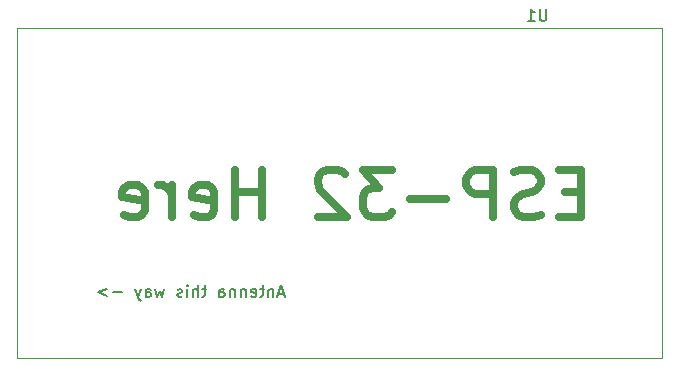
<source format=gbr>
%TF.GenerationSoftware,KiCad,Pcbnew,(6.0.5-0)*%
%TF.CreationDate,2022-06-25T01:47:51+01:00*%
%TF.ProjectId,revised_minh_design,72657669-7365-4645-9f6d-696e685f6465,rev?*%
%TF.SameCoordinates,Original*%
%TF.FileFunction,Legend,Bot*%
%TF.FilePolarity,Positive*%
%FSLAX46Y46*%
G04 Gerber Fmt 4.6, Leading zero omitted, Abs format (unit mm)*
G04 Created by KiCad (PCBNEW (6.0.5-0)) date 2022-06-25 01:47:51*
%MOMM*%
%LPD*%
G01*
G04 APERTURE LIST*
%ADD10C,0.700000*%
%ADD11C,0.150000*%
%ADD12C,0.120000*%
G04 APERTURE END LIST*
D10*
X92231333Y-62452285D02*
X90898000Y-62452285D01*
X90326571Y-64547523D02*
X92231333Y-64547523D01*
X92231333Y-60547523D01*
X90326571Y-60547523D01*
X88802761Y-64357047D02*
X88231333Y-64547523D01*
X87278952Y-64547523D01*
X86898000Y-64357047D01*
X86707523Y-64166571D01*
X86517047Y-63785619D01*
X86517047Y-63404666D01*
X86707523Y-63023714D01*
X86898000Y-62833238D01*
X87278952Y-62642761D01*
X88040857Y-62452285D01*
X88421809Y-62261809D01*
X88612285Y-62071333D01*
X88802761Y-61690380D01*
X88802761Y-61309428D01*
X88612285Y-60928476D01*
X88421809Y-60738000D01*
X88040857Y-60547523D01*
X87088476Y-60547523D01*
X86517047Y-60738000D01*
X84802761Y-64547523D02*
X84802761Y-60547523D01*
X83278952Y-60547523D01*
X82898000Y-60738000D01*
X82707523Y-60928476D01*
X82517047Y-61309428D01*
X82517047Y-61880857D01*
X82707523Y-62261809D01*
X82898000Y-62452285D01*
X83278952Y-62642761D01*
X84802761Y-62642761D01*
X80802761Y-63023714D02*
X77755142Y-63023714D01*
X76231333Y-60547523D02*
X73755142Y-60547523D01*
X75088476Y-62071333D01*
X74517047Y-62071333D01*
X74136095Y-62261809D01*
X73945619Y-62452285D01*
X73755142Y-62833238D01*
X73755142Y-63785619D01*
X73945619Y-64166571D01*
X74136095Y-64357047D01*
X74517047Y-64547523D01*
X75659904Y-64547523D01*
X76040857Y-64357047D01*
X76231333Y-64166571D01*
X72231333Y-60928476D02*
X72040857Y-60738000D01*
X71659904Y-60547523D01*
X70707523Y-60547523D01*
X70326571Y-60738000D01*
X70136095Y-60928476D01*
X69945619Y-61309428D01*
X69945619Y-61690380D01*
X70136095Y-62261809D01*
X72421809Y-64547523D01*
X69945619Y-64547523D01*
X65183714Y-64547523D02*
X65183714Y-60547523D01*
X65183714Y-62452285D02*
X62898000Y-62452285D01*
X62898000Y-64547523D02*
X62898000Y-60547523D01*
X59469428Y-64357047D02*
X59850380Y-64547523D01*
X60612285Y-64547523D01*
X60993238Y-64357047D01*
X61183714Y-63976095D01*
X61183714Y-62452285D01*
X60993238Y-62071333D01*
X60612285Y-61880857D01*
X59850380Y-61880857D01*
X59469428Y-62071333D01*
X59278952Y-62452285D01*
X59278952Y-62833238D01*
X61183714Y-63214190D01*
X57564666Y-64547523D02*
X57564666Y-61880857D01*
X57564666Y-62642761D02*
X57374190Y-62261809D01*
X57183714Y-62071333D01*
X56802761Y-61880857D01*
X56421809Y-61880857D01*
X53564666Y-64357047D02*
X53945619Y-64547523D01*
X54707523Y-64547523D01*
X55088476Y-64357047D01*
X55278952Y-63976095D01*
X55278952Y-62452285D01*
X55088476Y-62071333D01*
X54707523Y-61880857D01*
X53945619Y-61880857D01*
X53564666Y-62071333D01*
X53374190Y-62452285D01*
X53374190Y-62833238D01*
X55278952Y-63214190D01*
D11*
X67062952Y-71032666D02*
X66586761Y-71032666D01*
X67158190Y-71318380D02*
X66824857Y-70318380D01*
X66491523Y-71318380D01*
X66158190Y-70651714D02*
X66158190Y-71318380D01*
X66158190Y-70746952D02*
X66110571Y-70699333D01*
X66015333Y-70651714D01*
X65872476Y-70651714D01*
X65777238Y-70699333D01*
X65729619Y-70794571D01*
X65729619Y-71318380D01*
X65396285Y-70651714D02*
X65015333Y-70651714D01*
X65253428Y-70318380D02*
X65253428Y-71175523D01*
X65205809Y-71270761D01*
X65110571Y-71318380D01*
X65015333Y-71318380D01*
X64301047Y-71270761D02*
X64396285Y-71318380D01*
X64586761Y-71318380D01*
X64682000Y-71270761D01*
X64729619Y-71175523D01*
X64729619Y-70794571D01*
X64682000Y-70699333D01*
X64586761Y-70651714D01*
X64396285Y-70651714D01*
X64301047Y-70699333D01*
X64253428Y-70794571D01*
X64253428Y-70889809D01*
X64729619Y-70985047D01*
X63824857Y-70651714D02*
X63824857Y-71318380D01*
X63824857Y-70746952D02*
X63777238Y-70699333D01*
X63682000Y-70651714D01*
X63539142Y-70651714D01*
X63443904Y-70699333D01*
X63396285Y-70794571D01*
X63396285Y-71318380D01*
X62920095Y-70651714D02*
X62920095Y-71318380D01*
X62920095Y-70746952D02*
X62872476Y-70699333D01*
X62777238Y-70651714D01*
X62634380Y-70651714D01*
X62539142Y-70699333D01*
X62491523Y-70794571D01*
X62491523Y-71318380D01*
X61586761Y-71318380D02*
X61586761Y-70794571D01*
X61634380Y-70699333D01*
X61729619Y-70651714D01*
X61920095Y-70651714D01*
X62015333Y-70699333D01*
X61586761Y-71270761D02*
X61682000Y-71318380D01*
X61920095Y-71318380D01*
X62015333Y-71270761D01*
X62062952Y-71175523D01*
X62062952Y-71080285D01*
X62015333Y-70985047D01*
X61920095Y-70937428D01*
X61682000Y-70937428D01*
X61586761Y-70889809D01*
X60491523Y-70651714D02*
X60110571Y-70651714D01*
X60348666Y-70318380D02*
X60348666Y-71175523D01*
X60301047Y-71270761D01*
X60205809Y-71318380D01*
X60110571Y-71318380D01*
X59777238Y-71318380D02*
X59777238Y-70318380D01*
X59348666Y-71318380D02*
X59348666Y-70794571D01*
X59396285Y-70699333D01*
X59491523Y-70651714D01*
X59634380Y-70651714D01*
X59729619Y-70699333D01*
X59777238Y-70746952D01*
X58872476Y-71318380D02*
X58872476Y-70651714D01*
X58872476Y-70318380D02*
X58920095Y-70366000D01*
X58872476Y-70413619D01*
X58824857Y-70366000D01*
X58872476Y-70318380D01*
X58872476Y-70413619D01*
X58443904Y-71270761D02*
X58348666Y-71318380D01*
X58158190Y-71318380D01*
X58062952Y-71270761D01*
X58015333Y-71175523D01*
X58015333Y-71127904D01*
X58062952Y-71032666D01*
X58158190Y-70985047D01*
X58301047Y-70985047D01*
X58396285Y-70937428D01*
X58443904Y-70842190D01*
X58443904Y-70794571D01*
X58396285Y-70699333D01*
X58301047Y-70651714D01*
X58158190Y-70651714D01*
X58062952Y-70699333D01*
X56920095Y-70651714D02*
X56729619Y-71318380D01*
X56539142Y-70842190D01*
X56348666Y-71318380D01*
X56158190Y-70651714D01*
X55348666Y-71318380D02*
X55348666Y-70794571D01*
X55396285Y-70699333D01*
X55491523Y-70651714D01*
X55682000Y-70651714D01*
X55777238Y-70699333D01*
X55348666Y-71270761D02*
X55443904Y-71318380D01*
X55682000Y-71318380D01*
X55777238Y-71270761D01*
X55824857Y-71175523D01*
X55824857Y-71080285D01*
X55777238Y-70985047D01*
X55682000Y-70937428D01*
X55443904Y-70937428D01*
X55348666Y-70889809D01*
X54967714Y-70651714D02*
X54729619Y-71318380D01*
X54491523Y-70651714D02*
X54729619Y-71318380D01*
X54824857Y-71556476D01*
X54872476Y-71604095D01*
X54967714Y-71651714D01*
X53348666Y-70937428D02*
X52586761Y-70937428D01*
X52110571Y-70651714D02*
X51348666Y-70937428D01*
X52110571Y-71223142D01*
%TO.C,U1*%
X89280904Y-46950380D02*
X89280904Y-47759904D01*
X89233285Y-47855142D01*
X89185666Y-47902761D01*
X89090428Y-47950380D01*
X88899952Y-47950380D01*
X88804714Y-47902761D01*
X88757095Y-47855142D01*
X88709476Y-47759904D01*
X88709476Y-46950380D01*
X87709476Y-47950380D02*
X88280904Y-47950380D01*
X87995190Y-47950380D02*
X87995190Y-46950380D01*
X88090428Y-47093238D01*
X88185666Y-47188476D01*
X88280904Y-47236095D01*
D12*
X99055000Y-48514000D02*
X99055000Y-76454000D01*
X44455000Y-48514000D02*
X44455000Y-76454000D01*
X99055000Y-76454000D02*
X44455000Y-76454000D01*
X99055000Y-48514000D02*
X44455000Y-48514000D01*
%TD*%
M02*

</source>
